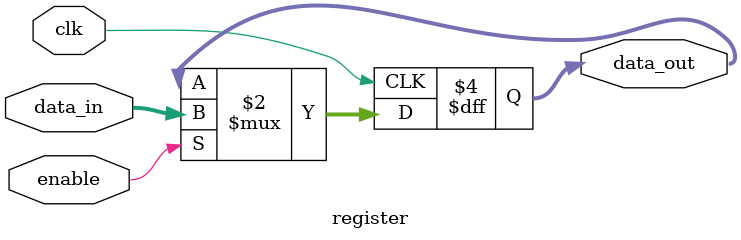
<source format=v>
module register (
    input wire clk,
    input wire enable,
    input wire [width - 1:0] data_in,
    output reg [width - 1:0] data_out
);

    parameter width = 8;

    always @(posedge clk) begin
        if (enable) begin
            data_out <= data_in;
        end
    end

endmodule

</source>
